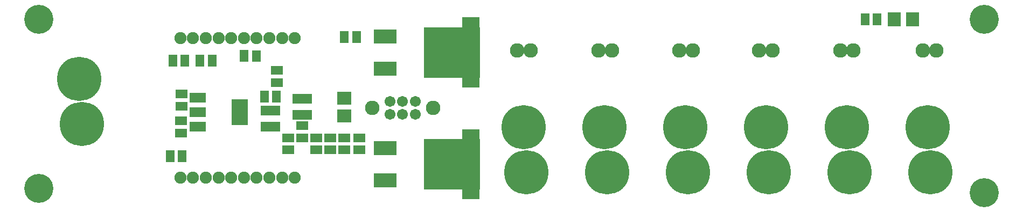
<source format=gts>
G04 (created by PCBNEW (2013-06-11 BZR 4021)-stable) date Tue 16 Jul 2013 06:26:29 PM CDT*
%MOIN*%
G04 Gerber Fmt 3.4, Leading zero omitted, Abs format*
%FSLAX34Y34*%
G01*
G70*
G90*
G04 APERTURE LIST*
%ADD10C,0.00590551*%
%ADD11C,0.18*%
%ADD12R,0.0476X0.0594*%
%ADD13R,0.1X0.164*%
%ADD14R,0.1X0.06*%
%ADD15R,0.055X0.075*%
%ADD16R,0.075X0.055*%
%ADD17R,0.0909X0.0829*%
%ADD18R,0.0829X0.0909*%
%ADD19C,0.0672*%
%ADD20C,0.09*%
%ADD21C,0.075*%
%ADD22C,0.274*%
%ADD23R,0.055X0.0436*%
%ADD24R,0.14X0.085*%
%ADD25R,0.346772X0.315276*%
%ADD26R,0.108583X0.0790551*%
G04 APERTURE END LIST*
G54D10*
G54D11*
X13000Y-37500D03*
X13000Y-27000D03*
X71500Y-27000D03*
X71500Y-37750D03*
G54D12*
X27698Y-33650D03*
X27323Y-33650D03*
X26948Y-33650D03*
X26948Y-32650D03*
X27323Y-32650D03*
X27698Y-32650D03*
G54D13*
X25440Y-32760D03*
G54D14*
X22840Y-32760D03*
X22840Y-33660D03*
X22840Y-31860D03*
G54D15*
X64125Y-27000D03*
X64875Y-27000D03*
X21875Y-35500D03*
X21125Y-35500D03*
G54D16*
X30157Y-35099D03*
X30157Y-34349D03*
X31024Y-35099D03*
X31024Y-34349D03*
X28425Y-35099D03*
X28425Y-34349D03*
G54D15*
X23721Y-29567D03*
X22971Y-29567D03*
X26948Y-31811D03*
X27698Y-31811D03*
X22029Y-29567D03*
X21279Y-29567D03*
G54D16*
X32835Y-34349D03*
X32835Y-35099D03*
X27717Y-30926D03*
X27717Y-30176D03*
G54D15*
X31908Y-28110D03*
X32658Y-28110D03*
G54D16*
X31890Y-35099D03*
X31890Y-34349D03*
X21810Y-31645D03*
X21810Y-32395D03*
X21800Y-34055D03*
X21800Y-33305D03*
G54D17*
X31890Y-33000D03*
X31890Y-31882D03*
G54D18*
X65941Y-27000D03*
X67059Y-27000D03*
G54D19*
X36287Y-32894D03*
X35500Y-32894D03*
X34713Y-32894D03*
X36287Y-32106D03*
X35500Y-32106D03*
X34713Y-32106D03*
G54D20*
X37390Y-32500D03*
X33610Y-32500D03*
G54D21*
X21750Y-28169D03*
X24900Y-28169D03*
X26474Y-28169D03*
X25687Y-28169D03*
X23325Y-28169D03*
X24112Y-28169D03*
X22537Y-28169D03*
X28049Y-28169D03*
X28837Y-28169D03*
X27262Y-28169D03*
X27262Y-36831D03*
X28837Y-36831D03*
X28049Y-36831D03*
X22537Y-36831D03*
X24112Y-36831D03*
X23325Y-36831D03*
X25687Y-36831D03*
X26474Y-36831D03*
X24900Y-36831D03*
X21750Y-36831D03*
G54D20*
X42599Y-28920D03*
X43425Y-28920D03*
X47618Y-28920D03*
X48444Y-28920D03*
X52638Y-28920D03*
X53464Y-28920D03*
X62579Y-28920D03*
X63405Y-28920D03*
X67697Y-28920D03*
X68523Y-28920D03*
X57559Y-28920D03*
X58385Y-28920D03*
G54D12*
X28916Y-31941D03*
X29291Y-31941D03*
X29666Y-31941D03*
X29666Y-32941D03*
X29291Y-32941D03*
X28916Y-32941D03*
G54D22*
X68000Y-33700D03*
X68167Y-36500D03*
X15500Y-30700D03*
X15667Y-33500D03*
X63000Y-33700D03*
X63167Y-36500D03*
X53000Y-33700D03*
X53167Y-36500D03*
X48000Y-33700D03*
X48167Y-36500D03*
X43000Y-33700D03*
X43167Y-36500D03*
X58000Y-33700D03*
X58167Y-36500D03*
G54D16*
X29291Y-34351D03*
X29291Y-33601D03*
G54D23*
X26457Y-29429D03*
G54D15*
X25688Y-29272D03*
G54D23*
X26457Y-29115D03*
G54D24*
X34411Y-34990D03*
G54D25*
X38544Y-35990D03*
G54D24*
X34411Y-36990D03*
G54D26*
X39735Y-34218D03*
X39735Y-37761D03*
G54D24*
X34411Y-28050D03*
G54D25*
X38544Y-29050D03*
G54D24*
X34411Y-30050D03*
G54D26*
X39735Y-27278D03*
X39735Y-30821D03*
M02*

</source>
